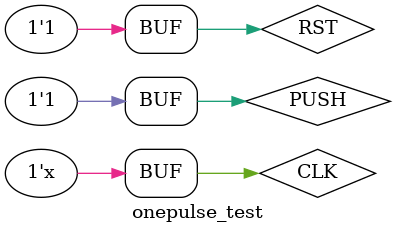
<source format=v>
`timescale 1ns / 1ps


module onepulse_test();

reg CLK;
reg RST;
reg PUSH;

wire CLICK;
wire LONG_PRESS;
wire DIV_CLK;

// 1 Hz Clock
frequency_divider U0(.clk(CLK), .rst(RST), .clk_out(DIV_CLK));
onepulse U1(.rst(RST), .clk(CLK), .clk_long(DIV_CLK), .push(PUSH), .push_onepulse(CLICK), .push_onepulse_long(LONG_PRESS));

initial
begin
    CLK = 0;
    RST = 0;
    PUSH = 0;
    #10 RST = 1;
    #10 RST = 0;
    #10 RST = 1;
    #10 PUSH = 0;
    #10 PUSH = 1;
    #10 PUSH = 0;
    #10 PUSH = 1;
    #10 PUSH = 1;
    #10 PUSH = 1;
    #10 PUSH = 1;
    #10 PUSH = 1;
    #10 PUSH = 1;
    #10 PUSH = 1;
    #10 PUSH = 0;
    #10 PUSH = 1;
    #10 PUSH = 1;
    #10 PUSH = 1;
    #10 PUSH = 1;
    #10 PUSH = 1;
    #10 PUSH = 1;
    #10 PUSH = 1;
    #10 PUSH = 0;
    #10 PUSH = 1;
    #10 PUSH = 1;
    #10 PUSH = 1;
    #10 PUSH = 1;
    #10 PUSH = 1;
    #10 PUSH = 1;
    #10 PUSH = 1;
    #10 PUSH = 1;
    #10 PUSH = 1;
    #10 PUSH = 1;
    #10 PUSH = 0;
    #10 PUSH = 1;
end

always
begin
    #10; CLK = ~CLK;
end

endmodule

</source>
